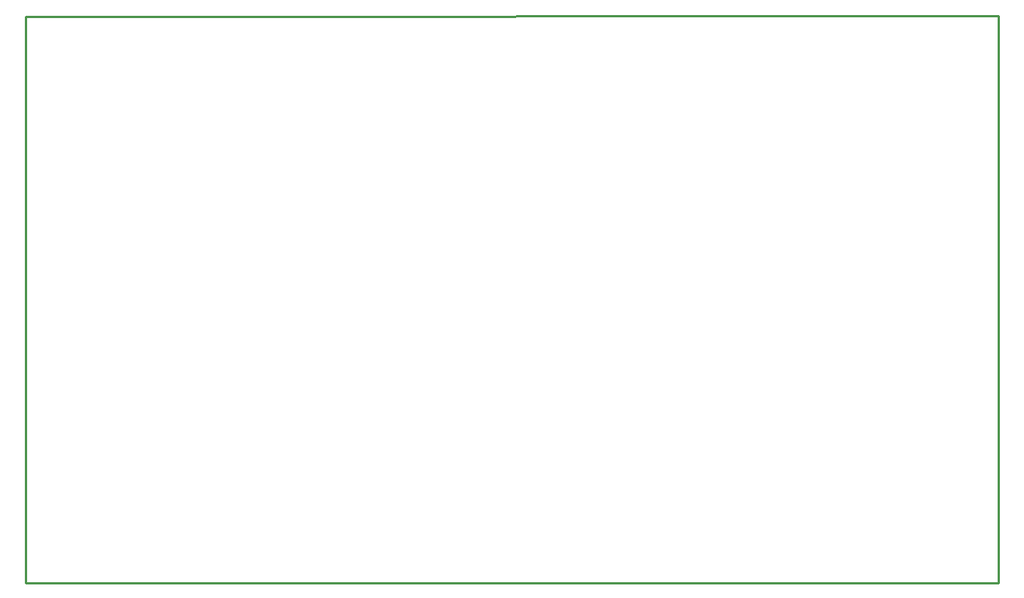
<source format=gko>
G04 Layer: BoardOutline*
G04 EasyEDA v6.3.53, 2020-07-07T17:09:39+02:00*
G04 a5cadded52d348ca89a3f83f906f7d41,10*
G04 Gerber Generator version 0.2*
G04 Scale: 100 percent, Rotated: No, Reflected: No *
G04 Dimensions in millimeters *
G04 leading zeros omitted , absolute positions ,3 integer and 3 decimal *
%FSLAX33Y33*%
%MOMM*%
G90*
G71D02*

%ADD10C,0.254000*%
G54D10*
G01X0Y63627D02*
G01X109347Y63754D01*
G01X109347Y0D01*
G01X0Y0D01*
G01X0Y0D02*
G01X0Y63627D01*

%LPD*%
M00*
M02*

</source>
